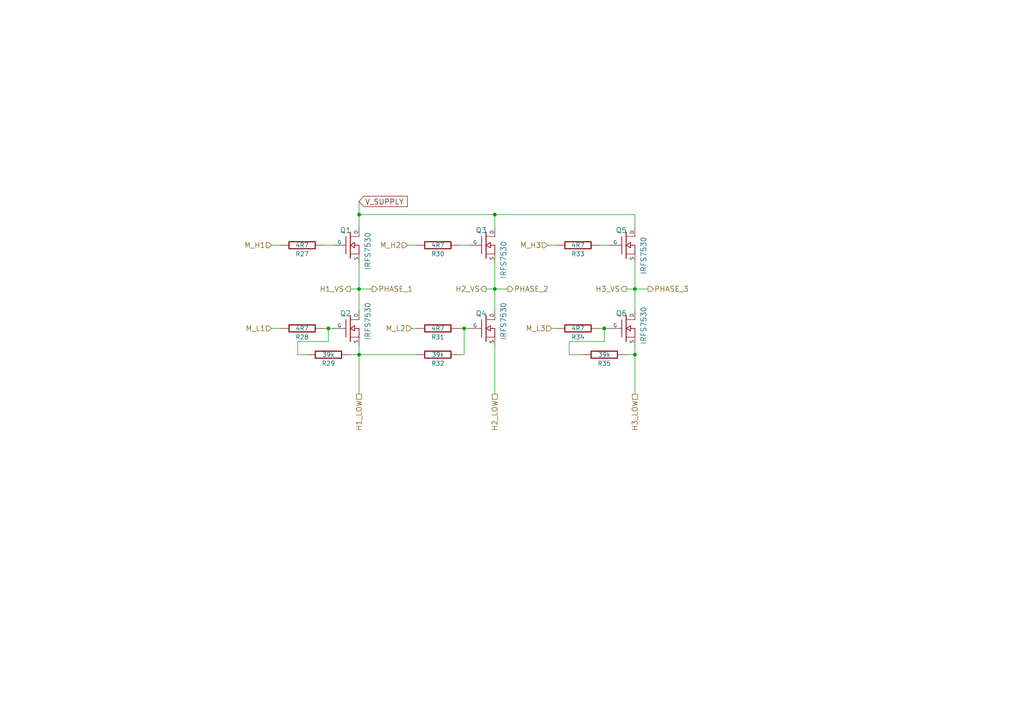
<source format=kicad_sch>
(kicad_sch (version 20231120) (generator "eeschema") (generator_version "8.0")
  (paper "A4")
  (lib_symbols
    (symbol "BLDC_4-rescue:MOSFET_N" (pin_numbers hide) (pin_names (offset 0))
      (property "Reference" "Q" (at 0.254 4.318 0))
      (property "Value" "MOSFET_N" (at 0.254 -3.81 0))
      (symbol "MOSFET_N_0_1"
        (polyline (pts (xy -1.27 -2.54) (xy -1.27 2.54)) (stroke (width 0.2032)))
        (polyline (pts (xy 0 -3.81) (xy 0 3.81)) (stroke (width 0.254)))
        (polyline (pts (xy 2.54 -2.54) (xy 0 -2.54)))
        (polyline (pts (xy 2.54 2.54) (xy 0 2.54)))
        (polyline (pts (xy 2.54 -2.54) (xy 2.54 0) (xy 1.27 0)) (stroke (width 0.2032)))
        (polyline (pts (xy 1.27 0.762) (xy 1.27 -0.762) (xy 0 0) (xy 1.27 0.762) (xy 1.27 0.762)) (stroke (width 0.2032)))
      )
      (symbol "MOSFET_N_1_1"
        (pin passive line (at 2.54 5.08 270) (length 2.54) (name "D") (number "D"))
        (pin input line (at -5.08 0 0) (length 3.81) (name "G") (number "G"))
        (pin passive line (at 2.54 -5.08 90) (length 2.54) (name "S") (number "S"))
      )
    )
    (symbol "BLDC_4-rescue:R-RESCUE-BLDC_4" (pin_numbers hide) (pin_names (offset 0))
      (property "Reference" "R" (at 2.032 0 90))
      (property "Value" "R-RESCUE-BLDC_4" (at 0.1778 0.0254 90))
      (symbol "R-RESCUE-BLDC_4_0_1"
        (rectangle (start -1.016 3.81) (end 1.016 -3.81) (stroke (width 0.3048)))
      )
      (symbol "R-RESCUE-BLDC_4_1_1"
        (pin passive line (at 0 6.35 270) (length 2.54) (name "~") (number "1"))
        (pin passive line (at 0 -6.35 90) (length 2.54) (name "~") (number "2"))
      )
    )
  )
  (junction (at 143.51 62.23))
  (junction (at 175.26 95.25))
  (junction (at 104.14 102.87))
  (junction (at 104.14 62.23))
  (junction (at 184.15 83.82))
  (junction (at 95.25 95.25))
  (junction (at 104.14 83.82))
  (junction (at 143.51 83.82))
  (junction (at 184.15 102.87))
  (junction (at 134.62 95.25))
  (wire (pts (xy 104.14 62.23) (xy 143.51 62.23)))
  (wire (pts (xy 165.1 99.06) (xy 165.1 102.87)))
  (wire (pts (xy 101.6 102.87) (xy 104.14 102.87)))
  (wire (pts (xy 184.15 102.87) (xy 184.15 114.3)))
  (wire (pts (xy 175.26 95.25) (xy 176.53 95.25)))
  (wire (pts (xy 184.15 83.82) (xy 187.96 83.82)))
  (wire (pts (xy 104.14 100.33) (xy 104.14 102.87)))
  (wire (pts (xy 184.15 62.23) (xy 184.15 66.04)))
  (wire (pts (xy 104.14 102.87) (xy 120.65 102.87)))
  (wire (pts (xy 101.6 83.82) (xy 104.14 83.82)))
  (wire (pts (xy 184.15 100.33) (xy 184.15 102.87)))
  (wire (pts (xy 184.15 76.2) (xy 184.15 83.82)))
  (wire (pts (xy 104.14 76.2) (xy 104.14 83.82)))
  (wire (pts (xy 86.36 99.06) (xy 86.36 102.87)))
  (wire (pts (xy 104.14 58.42) (xy 104.14 62.23)))
  (wire (pts (xy 173.99 95.25) (xy 175.26 95.25)))
  (wire (pts (xy 104.14 83.82) (xy 107.95 83.82)))
  (wire (pts (xy 175.26 99.06) (xy 165.1 99.06)))
  (wire (pts (xy 119.38 95.25) (xy 120.65 95.25)))
  (wire (pts (xy 165.1 102.87) (xy 168.91 102.87)))
  (wire (pts (xy 143.51 100.33) (xy 143.51 114.3)))
  (wire (pts (xy 134.62 95.25) (xy 135.89 95.25)))
  (wire (pts (xy 93.98 71.12) (xy 96.52 71.12)))
  (wire (pts (xy 143.51 83.82) (xy 143.51 90.17)))
  (wire (pts (xy 143.51 62.23) (xy 143.51 66.04)))
  (wire (pts (xy 93.98 95.25) (xy 95.25 95.25)))
  (wire (pts (xy 86.36 102.87) (xy 88.9 102.87)))
  (wire (pts (xy 104.14 102.87) (xy 104.14 114.3)))
  (wire (pts (xy 181.61 83.82) (xy 184.15 83.82)))
  (wire (pts (xy 181.61 102.87) (xy 184.15 102.87)))
  (wire (pts (xy 173.99 71.12) (xy 176.53 71.12)))
  (wire (pts (xy 133.35 102.87) (xy 134.62 102.87)))
  (wire (pts (xy 143.51 83.82) (xy 147.32 83.82)))
  (wire (pts (xy 95.25 95.25) (xy 95.25 99.06)))
  (wire (pts (xy 78.74 95.25) (xy 81.28 95.25)))
  (wire (pts (xy 104.14 62.23) (xy 104.14 66.04)))
  (wire (pts (xy 133.35 95.25) (xy 134.62 95.25)))
  (wire (pts (xy 133.35 71.12) (xy 135.89 71.12)))
  (wire (pts (xy 95.25 99.06) (xy 86.36 99.06)))
  (wire (pts (xy 118.11 71.12) (xy 120.65 71.12)))
  (wire (pts (xy 95.25 95.25) (xy 96.52 95.25)))
  (wire (pts (xy 134.62 102.87) (xy 134.62 95.25)))
  (wire (pts (xy 78.74 71.12) (xy 81.28 71.12)))
  (wire (pts (xy 143.51 76.2) (xy 143.51 83.82)))
  (wire (pts (xy 158.75 71.12) (xy 161.29 71.12)))
  (wire (pts (xy 184.15 83.82) (xy 184.15 90.17)))
  (wire (pts (xy 143.51 62.23) (xy 184.15 62.23)))
  (wire (pts (xy 140.97 83.82) (xy 143.51 83.82)))
  (wire (pts (xy 160.02 95.25) (xy 161.29 95.25)))
  (wire (pts (xy 104.14 83.82) (xy 104.14 90.17)))
  (wire (pts (xy 175.26 95.25) (xy 175.26 99.06)))
  (global_label "V_SUPPLY" (shape input) (at 104.14 58.42 0) (effects (font (size 1.524 1.524))) (property "Intersheetrefs" "${INTERSHEET_REFS}" (effects (hide yes))))
  (hierarchical_label "M_L3" (shape input) (at 160.02 95.25 180) (effects (font (size 1.524 1.524))))
  (hierarchical_label "H1_VS" (shape output) (at 101.6 83.82 180) (effects (font (size 1.524 1.524))))
  (hierarchical_label "H2_LOW" (shape passive) (at 143.51 114.3 270) (effects (font (size 1.524 1.524))))
  (hierarchical_label "M_H3" (shape input) (at 158.75 71.12 180) (effects (font (size 1.524 1.524))))
  (hierarchical_label "M_H2" (shape input) (at 118.11 71.12 180) (effects (font (size 1.524 1.524))))
  (hierarchical_label "PHASE_2" (shape output) (at 147.32 83.82 0) (effects (font (size 1.524 1.524))))
  (hierarchical_label "H3_VS" (shape output) (at 181.61 83.82 180) (effects (font (size 1.524 1.524))))
  (hierarchical_label "M_H1" (shape input) (at 78.74 71.12 180) (effects (font (size 1.524 1.524))))
  (hierarchical_label "H3_LOW" (shape passive) (at 184.15 114.3 270) (effects (font (size 1.524 1.524))))
  (hierarchical_label "M_L1" (shape input) (at 78.74 95.25 180) (effects (font (size 1.524 1.524))))
  (hierarchical_label "PHASE_1" (shape output) (at 107.95 83.82 0) (effects (font (size 1.524 1.524))))
  (hierarchical_label "PHASE_3" (shape output) (at 187.96 83.82 0) (effects (font (size 1.524 1.524))))
  (hierarchical_label "M_L2" (shape input) (at 119.38 95.25 180) (effects (font (size 1.524 1.524))))
  (hierarchical_label "H2_VS" (shape output) (at 140.97 83.82 180) (effects (font (size 1.524 1.524))))
  (hierarchical_label "H1_LOW" (shape passive) (at 104.14 114.3 270) (effects (font (size 1.524 1.524))))
  (symbol (lib_id "BLDC_4-rescue:R-RESCUE-BLDC_4") (at 167.64 71.12 270) (unit 1)
    (property "Reference" "R33" (at 167.64 73.66 90))
    (property "Value" "4R7" (at 167.64 71.12 90))
    (property "Footprint" "CRF1:SMD-0603_r" (effects (hide yes)))
  )
  (symbol (lib_id "BLDC_4-rescue:R-RESCUE-BLDC_4") (at 167.64 95.25 270) (unit 1)
    (property "Reference" "R34" (at 167.64 97.79 90))
    (property "Value" "4R7" (at 167.64 95.25 90))
    (property "Footprint" "CRF1:SMD-0603_r" (effects (hide yes)))
  )
  (symbol (lib_id "BLDC_4-rescue:R-RESCUE-BLDC_4") (at 175.26 102.87 270) (unit 1)
    (property "Reference" "R35" (at 175.26 105.41 90))
    (property "Value" "39k" (at 175.26 102.87 90))
    (property "Footprint" "CRF1:SMD-0603_r" (effects (hide yes)))
  )
  (symbol (lib_id "BLDC_4-rescue:MOSFET_N") (at 181.61 95.25 0) (unit 1)
    (property "Reference" "Q6" (at 181.864 90.932 0) (effects (font (size 1.524 1.524)) (justify right)))
    (property "Value" "IRFS7530" (at 186.69 88.9 90) (effects (font (size 1.524 1.524)) (justify right)))
    (property "Footprint" "CRF1:D2PAK-7-GDS" (effects (hide yes)))
  )
  (symbol (lib_id "BLDC_4-rescue:R-RESCUE-BLDC_4") (at 127 71.12 270) (unit 1)
    (property "Reference" "R30" (at 127 73.66 90))
    (property "Value" "4R7" (at 127 71.12 90))
    (property "Footprint" "CRF1:SMD-0603_r" (effects (hide yes)))
  )
  (symbol (lib_id "BLDC_4-rescue:MOSFET_N") (at 181.61 71.12 0) (unit 1)
    (property "Reference" "Q5" (at 181.864 66.802 0) (effects (font (size 1.524 1.524)) (justify right)))
    (property "Value" "IRFS7530" (at 186.69 68.58 90) (effects (font (size 1.524 1.524)) (justify right)))
    (property "Footprint" "CRF1:D2PAK-7-GDS" (effects (hide yes)))
  )
  (symbol (lib_id "BLDC_4-rescue:R-RESCUE-BLDC_4") (at 127 95.25 270) (unit 1)
    (property "Reference" "R31" (at 127 97.79 90))
    (property "Value" "4R7" (at 127 95.25 90))
    (property "Footprint" "CRF1:SMD-0603_r" (effects (hide yes)))
  )
  (symbol (lib_id "BLDC_4-rescue:MOSFET_N") (at 101.6 95.25 0) (unit 1)
    (property "Reference" "Q2" (at 101.854 90.932 0) (effects (font (size 1.524 1.524)) (justify right)))
    (property "Value" "IRFS7530" (at 106.68 87.63 90) (effects (font (size 1.524 1.524)) (justify right)))
    (property "Footprint" "CRF1:D2PAK-7-GDS" (effects (hide yes)))
  )
  (symbol (lib_id "BLDC_4-rescue:R-RESCUE-BLDC_4") (at 87.63 71.12 270) (unit 1)
    (property "Reference" "R27" (at 87.63 73.66 90))
    (property "Value" "4R7" (at 87.63 71.12 90))
    (property "Footprint" "CRF1:SMD-0603_r" (effects (hide yes)))
  )
  (symbol (lib_id "BLDC_4-rescue:MOSFET_N") (at 140.97 71.12 0) (unit 1)
    (property "Reference" "Q3" (at 141.224 66.802 0) (effects (font (size 1.524 1.524)) (justify right)))
    (property "Value" "IRFS7530" (at 146.05 69.85 90) (effects (font (size 1.524 1.524)) (justify right)))
    (property "Footprint" "CRF1:D2PAK-7-GDS" (effects (hide yes)))
  )
  (symbol (lib_id "BLDC_4-rescue:R-RESCUE-BLDC_4") (at 87.63 95.25 270) (unit 1)
    (property "Reference" "R28" (at 87.63 97.79 90))
    (property "Value" "4R7" (at 87.63 95.25 90))
    (property "Footprint" "CRF1:SMD-0603_r" (effects (hide yes)))
  )
  (symbol (lib_id "BLDC_4-rescue:R-RESCUE-BLDC_4") (at 127 102.87 90) (unit 1)
    (property "Reference" "R32" (at 127 105.41 90))
    (property "Value" "39k" (at 127 102.87 90))
    (property "Footprint" "CRF1:SMD-0603_r" (effects (hide yes)))
  )
  (symbol (lib_id "BLDC_4-rescue:MOSFET_N") (at 140.97 95.25 0) (unit 1)
    (property "Reference" "Q4" (at 141.224 90.932 0) (effects (font (size 1.524 1.524)) (justify right)))
    (property "Value" "IRFS7530" (at 146.05 87.63 90) (effects (font (size 1.524 1.524)) (justify right)))
    (property "Footprint" "CRF1:D2PAK-7-GDS" (effects (hide yes)))
  )
  (symbol (lib_id "BLDC_4-rescue:MOSFET_N") (at 101.6 71.12 0) (unit 1)
    (property "Reference" "Q1" (at 101.854 66.802 0) (effects (font (size 1.524 1.524)) (justify right)))
    (property "Value" "IRFS7530" (at 106.68 67.31 90) (effects (font (size 1.524 1.524)) (justify right)))
    (property "Footprint" "CRF1:D2PAK-7-GDS" (effects (hide yes)))
  )
  (symbol (lib_id "BLDC_4-rescue:R-RESCUE-BLDC_4") (at 95.25 102.87 270) (unit 1)
    (property "Reference" "R29" (at 95.25 105.41 90))
    (property "Value" "39k" (at 95.25 102.87 90))
    (property "Footprint" "CRF1:SMD-0603_r" (effects (hide yes)))
  )
)
</source>
